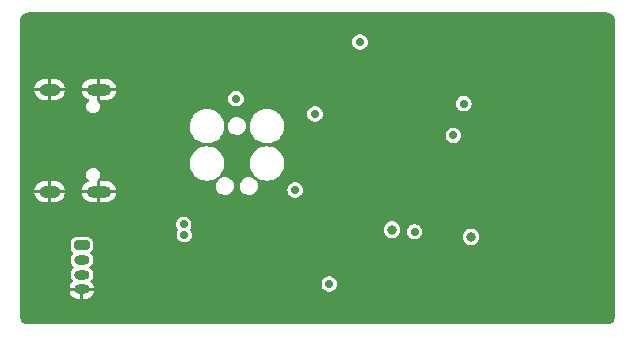
<source format=gbr>
%TF.GenerationSoftware,KiCad,Pcbnew,7.0.8*%
%TF.CreationDate,2024-01-29T14:11:28+05:30*%
%TF.ProjectId,stm32_ble,73746d33-325f-4626-9c65-2e6b69636164,Version : 1*%
%TF.SameCoordinates,PX6eac850PY632ea00*%
%TF.FileFunction,Copper,L3,Inr*%
%TF.FilePolarity,Positive*%
%FSLAX46Y46*%
G04 Gerber Fmt 4.6, Leading zero omitted, Abs format (unit mm)*
G04 Created by KiCad (PCBNEW 7.0.8) date 2024-01-29 14:11:28*
%MOMM*%
%LPD*%
G01*
G04 APERTURE LIST*
G04 Aperture macros list*
%AMRoundRect*
0 Rectangle with rounded corners*
0 $1 Rounding radius*
0 $2 $3 $4 $5 $6 $7 $8 $9 X,Y pos of 4 corners*
0 Add a 4 corners polygon primitive as box body*
4,1,4,$2,$3,$4,$5,$6,$7,$8,$9,$2,$3,0*
0 Add four circle primitives for the rounded corners*
1,1,$1+$1,$2,$3*
1,1,$1+$1,$4,$5*
1,1,$1+$1,$6,$7*
1,1,$1+$1,$8,$9*
0 Add four rect primitives between the rounded corners*
20,1,$1+$1,$2,$3,$4,$5,0*
20,1,$1+$1,$4,$5,$6,$7,0*
20,1,$1+$1,$6,$7,$8,$9,0*
20,1,$1+$1,$8,$9,$2,$3,0*%
G04 Aperture macros list end*
%TA.AperFunction,ComponentPad*%
%ADD10O,2.100000X1.000000*%
%TD*%
%TA.AperFunction,ComponentPad*%
%ADD11O,1.800000X1.000000*%
%TD*%
%TA.AperFunction,ComponentPad*%
%ADD12C,0.700000*%
%TD*%
%TA.AperFunction,ComponentPad*%
%ADD13C,4.400000*%
%TD*%
%TA.AperFunction,ComponentPad*%
%ADD14RoundRect,0.200000X-0.450000X0.200000X-0.450000X-0.200000X0.450000X-0.200000X0.450000X0.200000X0*%
%TD*%
%TA.AperFunction,ComponentPad*%
%ADD15O,1.300000X0.800000*%
%TD*%
%TA.AperFunction,ViaPad*%
%ADD16C,0.700000*%
%TD*%
%TA.AperFunction,ViaPad*%
%ADD17C,0.800000*%
%TD*%
G04 APERTURE END LIST*
D10*
%TO.N,GND*%
%TO.C,J3*%
X6815000Y20500000D03*
D11*
X2635000Y20500000D03*
D10*
X6815000Y11860000D03*
D11*
X2635000Y11860000D03*
%TD*%
D12*
%TO.N,GND*%
%TO.C,H1*%
X9260000Y24500000D03*
X9743274Y25666726D03*
X9743274Y23333274D03*
X10910000Y26150000D03*
D13*
X10910000Y24500000D03*
D12*
X10910000Y22850000D03*
X12076726Y25666726D03*
X12076726Y23333274D03*
X12560000Y24500000D03*
%TD*%
%TO.N,GND*%
%TO.C,H2*%
X9550000Y3370000D03*
X10033274Y4536726D03*
X10033274Y2203274D03*
X11200000Y5020000D03*
D13*
X11200000Y3370000D03*
D12*
X11200000Y1720000D03*
X12366726Y4536726D03*
X12366726Y2203274D03*
X12850000Y3370000D03*
%TD*%
%TO.N,GND*%
%TO.C,H4*%
X45743274Y3476726D03*
X46226548Y4643452D03*
X46226548Y2310000D03*
X47393274Y5126726D03*
D13*
X47393274Y3476726D03*
D12*
X47393274Y1826726D03*
X48560000Y4643452D03*
X48560000Y2310000D03*
X49043274Y3476726D03*
%TD*%
%TO.N,GND*%
%TO.C,H3*%
X45980000Y24330000D03*
X46463274Y25496726D03*
X46463274Y23163274D03*
X47630000Y25980000D03*
D13*
X47630000Y24330000D03*
D12*
X47630000Y22680000D03*
X48796726Y25496726D03*
X48796726Y23163274D03*
X49280000Y24330000D03*
%TD*%
D14*
%TO.N,+3.3V*%
%TO.C,J4*%
X5370000Y7330000D03*
D15*
%TO.N,/UART_TX*%
X5370000Y6080000D03*
%TO.N,/UART_RX*%
X5370000Y4830000D03*
%TO.N,GND*%
X5370000Y3580000D03*
%TD*%
D16*
%TO.N,+3.3V*%
X28920000Y24530000D03*
X18420000Y19730000D03*
X25110000Y18430000D03*
X33540000Y8460000D03*
X23420000Y12000000D03*
X37715000Y19300000D03*
X26320000Y4030000D03*
X13990000Y9080000D03*
X14040000Y8210000D03*
X36820000Y16630000D03*
%TO.N,GND*%
X32020000Y17530000D03*
X23265000Y17430000D03*
X26975000Y21830000D03*
X26975000Y20830000D03*
X16020000Y12330000D03*
X31820000Y15430000D03*
X38120000Y24675000D03*
X24720000Y13430000D03*
X28820000Y16430000D03*
X30620000Y9930000D03*
X24670000Y9330000D03*
X48123701Y14299029D03*
X26075000Y23230000D03*
X20060000Y9010000D03*
X28820000Y14430000D03*
X37460000Y18200000D03*
X44520000Y16230000D03*
X42920000Y19275000D03*
X48120000Y20230000D03*
X44420000Y18230000D03*
X9450000Y14500000D03*
X40720000Y6330000D03*
X25670000Y9290000D03*
X34265000Y21765000D03*
X9030000Y9960000D03*
X8920000Y11530000D03*
X30620000Y16530000D03*
X33320000Y18530000D03*
X39860000Y14705000D03*
X39220000Y19475000D03*
X11520000Y15130000D03*
X26820000Y9630000D03*
X33120000Y14530000D03*
X3475000Y10030000D03*
X33220000Y16530000D03*
X29620000Y15430000D03*
X38250000Y16150000D03*
X38820000Y3130000D03*
D17*
X16985000Y8210000D03*
D16*
X3175000Y22430000D03*
X28820000Y18530000D03*
X31120000Y18530000D03*
X34620000Y9930000D03*
X9020000Y20875000D03*
X30620000Y14530000D03*
X37020000Y20985000D03*
X29720000Y17530000D03*
D17*
%TO.N,/BOOT0*%
X31630000Y8630000D03*
X38320000Y8030000D03*
%TD*%
%TA.AperFunction,Conductor*%
%TO.N,GND*%
G36*
X49821806Y27029322D02*
G01*
X49845514Y27026987D01*
X49949217Y27016773D01*
X49963435Y27013945D01*
X50080717Y26978369D01*
X50094112Y26972820D01*
X50202193Y26915049D01*
X50214254Y26906990D01*
X50308986Y26829245D01*
X50319244Y26818987D01*
X50396989Y26724255D01*
X50405048Y26712194D01*
X50462817Y26604117D01*
X50468369Y26590714D01*
X50503943Y26473441D01*
X50506773Y26459214D01*
X50519322Y26331808D01*
X50519500Y26328179D01*
X50519500Y1331822D01*
X50519322Y1328193D01*
X50506773Y1200787D01*
X50503943Y1186560D01*
X50468369Y1069287D01*
X50462817Y1055884D01*
X50405048Y947807D01*
X50396989Y935746D01*
X50319244Y841014D01*
X50308986Y830756D01*
X50214254Y753011D01*
X50202193Y744952D01*
X50094116Y687183D01*
X50080713Y681631D01*
X49963440Y646057D01*
X49949213Y643227D01*
X49821807Y630678D01*
X49818178Y630500D01*
X821822Y630500D01*
X818193Y630678D01*
X690786Y643227D01*
X676559Y646057D01*
X559286Y681631D01*
X545883Y687183D01*
X437806Y744952D01*
X425745Y753011D01*
X331013Y830756D01*
X320755Y841014D01*
X243010Y935746D01*
X234951Y947807D01*
X177182Y1055884D01*
X171630Y1069287D01*
X136055Y1186565D01*
X133227Y1200783D01*
X120678Y1328194D01*
X120500Y1331822D01*
X120500Y3455000D01*
X4329023Y3455000D01*
X4335123Y3400857D01*
X4335126Y3400846D01*
X4394663Y3230698D01*
X4490574Y3078056D01*
X4618055Y2950575D01*
X4770697Y2854664D01*
X4940845Y2795127D01*
X4940856Y2795124D01*
X5075079Y2780000D01*
X5245000Y2780000D01*
X5245000Y3362850D01*
X5272455Y3344505D01*
X5345376Y3330000D01*
X5394624Y3330000D01*
X5467545Y3344505D01*
X5495000Y3362850D01*
X5495000Y2780000D01*
X5664921Y2780000D01*
X5799143Y2795124D01*
X5799154Y2795127D01*
X5969302Y2854664D01*
X6121944Y2950575D01*
X6249425Y3078056D01*
X6345336Y3230698D01*
X6404873Y3400846D01*
X6404876Y3400857D01*
X6410977Y3455000D01*
X5587150Y3455000D01*
X5605495Y3482455D01*
X5624898Y3580000D01*
X5605495Y3677545D01*
X5587150Y3705000D01*
X6410977Y3705000D01*
X6404876Y3759144D01*
X6404873Y3759155D01*
X6345336Y3929303D01*
X6282066Y4029997D01*
X25664722Y4029997D01*
X25683761Y3873192D01*
X25683764Y3873178D01*
X25739778Y3725479D01*
X25829516Y3595471D01*
X25829517Y3595470D01*
X25947760Y3490717D01*
X26087635Y3417304D01*
X26241015Y3379500D01*
X26241019Y3379500D01*
X26398981Y3379500D01*
X26398985Y3379500D01*
X26552365Y3417304D01*
X26692240Y3490717D01*
X26810483Y3595470D01*
X26900220Y3725477D01*
X26956237Y3873182D01*
X26975278Y4030000D01*
X26956237Y4186818D01*
X26941224Y4226405D01*
X26900221Y4334522D01*
X26810483Y4464530D01*
X26692240Y4569283D01*
X26672244Y4579778D01*
X26552366Y4642696D01*
X26398987Y4680500D01*
X26398985Y4680500D01*
X26241015Y4680500D01*
X26241012Y4680500D01*
X26087633Y4642696D01*
X25947761Y4569284D01*
X25829516Y4464530D01*
X25739779Y4334522D01*
X25739778Y4334522D01*
X25683764Y4186823D01*
X25683761Y4186809D01*
X25664722Y4030004D01*
X25664722Y4029997D01*
X6282066Y4029997D01*
X6249425Y4081945D01*
X6121944Y4209426D01*
X6121938Y4209431D01*
X6121382Y4209780D01*
X6121189Y4210028D01*
X6118693Y4212019D01*
X6119173Y4212622D01*
X6090322Y4249749D01*
X6092220Y4300332D01*
X6105366Y4321500D01*
X6200734Y4429148D01*
X6279790Y4579775D01*
X6320500Y4744944D01*
X6320500Y4915056D01*
X6279790Y5080225D01*
X6200734Y5230852D01*
X6087929Y5358183D01*
X6035893Y5394101D01*
X6006584Y5435368D01*
X6010657Y5485823D01*
X6035893Y5515900D01*
X6087929Y5551817D01*
X6200734Y5679148D01*
X6279790Y5829775D01*
X6320500Y5994944D01*
X6320500Y6165056D01*
X6279790Y6330225D01*
X6200734Y6480852D01*
X6089451Y6606465D01*
X6070869Y6653547D01*
X6086898Y6701561D01*
X6100493Y6714773D01*
X6177546Y6772454D01*
X6263796Y6887669D01*
X6314091Y7022517D01*
X6320500Y7082127D01*
X6320499Y7577872D01*
X6314091Y7637483D01*
X6290002Y7702070D01*
X6263797Y7772330D01*
X6263796Y7772331D01*
X6235971Y7809500D01*
X6177546Y7887546D01*
X6091295Y7952114D01*
X6062330Y7973797D01*
X6062329Y7973798D01*
X5927487Y8024090D01*
X5927484Y8024091D01*
X5927483Y8024091D01*
X5867873Y8030500D01*
X4872126Y8030500D01*
X4812514Y8024091D01*
X4677670Y7973798D01*
X4677669Y7973797D01*
X4562454Y7887546D01*
X4476203Y7772331D01*
X4476202Y7772330D01*
X4425910Y7637488D01*
X4425909Y7637483D01*
X4419500Y7577874D01*
X4419500Y7082128D01*
X4425909Y7022515D01*
X4476202Y6887671D01*
X4476203Y6887670D01*
X4476204Y6887669D01*
X4562454Y6772454D01*
X4620130Y6729278D01*
X4639504Y6714774D01*
X4667207Y6672408D01*
X4661197Y6622147D01*
X4650547Y6606463D01*
X4539269Y6480857D01*
X4539267Y6480854D01*
X4460209Y6330223D01*
X4419500Y6165059D01*
X4419500Y6165056D01*
X4419500Y5994944D01*
X4460210Y5829775D01*
X4539266Y5679148D01*
X4539267Y5679147D01*
X4539269Y5679144D01*
X4652071Y5551817D01*
X4704104Y5515901D01*
X4733415Y5474632D01*
X4729342Y5424177D01*
X4704104Y5394099D01*
X4652071Y5358184D01*
X4539269Y5230857D01*
X4539267Y5230854D01*
X4460209Y5080223D01*
X4419500Y4915059D01*
X4419500Y4744942D01*
X4460209Y4579778D01*
X4460210Y4579775D01*
X4465717Y4569283D01*
X4539267Y4429147D01*
X4539270Y4429144D01*
X4634630Y4321503D01*
X4653213Y4274418D01*
X4637184Y4226405D01*
X4621223Y4212112D01*
X4621301Y4212014D01*
X4619604Y4210661D01*
X4618624Y4209783D01*
X4618055Y4209426D01*
X4490574Y4081945D01*
X4394663Y3929303D01*
X4335126Y3759155D01*
X4335123Y3759144D01*
X4329023Y3705000D01*
X5152850Y3705000D01*
X5134505Y3677545D01*
X5115102Y3580000D01*
X5134505Y3482455D01*
X5152850Y3455000D01*
X4329023Y3455000D01*
X120500Y3455000D01*
X120500Y9079997D01*
X13334722Y9079997D01*
X13353761Y8923192D01*
X13353764Y8923178D01*
X13409778Y8775479D01*
X13495825Y8650819D01*
X13508597Y8601838D01*
X13495826Y8566747D01*
X13459778Y8514522D01*
X13403764Y8366823D01*
X13403761Y8366809D01*
X13384722Y8210004D01*
X13384722Y8209997D01*
X13403761Y8053192D01*
X13403764Y8053178D01*
X13459778Y7905479D01*
X13549516Y7775471D01*
X13549517Y7775470D01*
X13667760Y7670717D01*
X13807635Y7597304D01*
X13961015Y7559500D01*
X13961019Y7559500D01*
X14118981Y7559500D01*
X14118985Y7559500D01*
X14272365Y7597304D01*
X14412240Y7670717D01*
X14530483Y7775470D01*
X14620220Y7905477D01*
X14676237Y8053182D01*
X14688658Y8155479D01*
X14695278Y8209997D01*
X14695278Y8210004D01*
X14676238Y8366809D01*
X14676237Y8366818D01*
X14640898Y8460000D01*
X14620221Y8514522D01*
X14559951Y8601838D01*
X14540514Y8629997D01*
X30924355Y8629997D01*
X30944859Y8461129D01*
X31005181Y8302071D01*
X31101816Y8162072D01*
X31224727Y8053182D01*
X31229148Y8049266D01*
X31379775Y7970210D01*
X31544944Y7929500D01*
X31544948Y7929500D01*
X31715052Y7929500D01*
X31715056Y7929500D01*
X31880225Y7970210D01*
X32030852Y8049266D01*
X32158183Y8162071D01*
X32254818Y8302070D01*
X32314711Y8459997D01*
X32884722Y8459997D01*
X32903761Y8303192D01*
X32903764Y8303178D01*
X32959778Y8155479D01*
X33046387Y8030004D01*
X33049517Y8025470D01*
X33167760Y7920717D01*
X33307635Y7847304D01*
X33461015Y7809500D01*
X33461019Y7809500D01*
X33618981Y7809500D01*
X33618985Y7809500D01*
X33772365Y7847304D01*
X33912240Y7920717D01*
X34030483Y8025470D01*
X34033608Y8029997D01*
X37614355Y8029997D01*
X37634859Y7861129D01*
X37695181Y7702071D01*
X37780910Y7577873D01*
X37791817Y7562071D01*
X37919148Y7449266D01*
X38069775Y7370210D01*
X38234944Y7329500D01*
X38234948Y7329500D01*
X38405052Y7329500D01*
X38405056Y7329500D01*
X38570225Y7370210D01*
X38720852Y7449266D01*
X38848183Y7562071D01*
X38944818Y7702070D01*
X39005140Y7861128D01*
X39010525Y7905479D01*
X39025645Y8029997D01*
X39025645Y8030004D01*
X39005140Y8198872D01*
X38944818Y8357930D01*
X38848183Y8497929D01*
X38720856Y8610731D01*
X38720853Y8610733D01*
X38720852Y8610734D01*
X38570225Y8689790D01*
X38570222Y8689791D01*
X38405058Y8730500D01*
X38405056Y8730500D01*
X38234944Y8730500D01*
X38234941Y8730500D01*
X38069777Y8689791D01*
X37919146Y8610733D01*
X37919143Y8610731D01*
X37791816Y8497929D01*
X37695181Y8357930D01*
X37634859Y8198872D01*
X37614355Y8030004D01*
X37614355Y8029997D01*
X34033608Y8029997D01*
X34120220Y8155477D01*
X34176237Y8303182D01*
X34195278Y8460000D01*
X34195141Y8461128D01*
X34176238Y8616809D01*
X34176237Y8616818D01*
X34163342Y8650819D01*
X34120221Y8764522D01*
X34030483Y8894530D01*
X33912240Y8999283D01*
X33900139Y9005634D01*
X33772366Y9072696D01*
X33618987Y9110500D01*
X33618985Y9110500D01*
X33461015Y9110500D01*
X33461012Y9110500D01*
X33307633Y9072696D01*
X33167761Y8999284D01*
X33049516Y8894530D01*
X32959779Y8764522D01*
X32959778Y8764522D01*
X32903764Y8616823D01*
X32903761Y8616809D01*
X32884722Y8460004D01*
X32884722Y8459997D01*
X32314711Y8459997D01*
X32315140Y8461128D01*
X32327965Y8566747D01*
X32335645Y8629997D01*
X32335645Y8630004D01*
X32315140Y8798872D01*
X32254818Y8957930D01*
X32158183Y9097929D01*
X32030856Y9210731D01*
X32030853Y9210733D01*
X32030852Y9210734D01*
X31880225Y9289790D01*
X31880222Y9289791D01*
X31715058Y9330500D01*
X31715056Y9330500D01*
X31544944Y9330500D01*
X31544941Y9330500D01*
X31379777Y9289791D01*
X31229146Y9210733D01*
X31229143Y9210731D01*
X31101816Y9097929D01*
X31005181Y8957930D01*
X30944859Y8798872D01*
X30924355Y8630004D01*
X30924355Y8629997D01*
X14540514Y8629997D01*
X14534173Y8639184D01*
X14521402Y8688163D01*
X14534174Y8723256D01*
X14570220Y8775477D01*
X14626237Y8923182D01*
X14645278Y9080000D01*
X14626237Y9236818D01*
X14618213Y9257975D01*
X14570221Y9384522D01*
X14480483Y9514530D01*
X14362240Y9619283D01*
X14350139Y9625634D01*
X14222366Y9692696D01*
X14068987Y9730500D01*
X14068985Y9730500D01*
X13911015Y9730500D01*
X13911012Y9730500D01*
X13757633Y9692696D01*
X13617761Y9619284D01*
X13499516Y9514530D01*
X13409779Y9384522D01*
X13409778Y9384522D01*
X13353764Y9236823D01*
X13353761Y9236809D01*
X13334722Y9080004D01*
X13334722Y9079997D01*
X120500Y9079997D01*
X120500Y11985001D01*
X1341462Y11985001D01*
X1341463Y11985000D01*
X1958658Y11985000D01*
X1931105Y11888160D01*
X1941454Y11776479D01*
X1962108Y11735000D01*
X1341463Y11735000D01*
X1374334Y11580353D01*
X1374335Y11580352D01*
X1451283Y11407523D01*
X1451287Y11407516D01*
X1562483Y11254469D01*
X1703079Y11127875D01*
X1866923Y11033280D01*
X2046844Y10974820D01*
X2187841Y10960000D01*
X2510000Y10960000D01*
X2510000Y11560000D01*
X2760000Y11560000D01*
X2760000Y10960000D01*
X3082159Y10960000D01*
X3223155Y10974820D01*
X3403076Y11033280D01*
X3566920Y11127875D01*
X3707516Y11254469D01*
X3818712Y11407515D01*
X3818718Y11407526D01*
X3895663Y11580348D01*
X3895665Y11580353D01*
X3928537Y11735000D01*
X3311342Y11735000D01*
X3338895Y11831840D01*
X3328546Y11943521D01*
X3307892Y11985000D01*
X3928537Y11985000D01*
X3928537Y11985001D01*
X5371462Y11985001D01*
X5371463Y11985000D01*
X5988658Y11985000D01*
X5961105Y11888160D01*
X5971454Y11776479D01*
X5992108Y11735000D01*
X5371463Y11735000D01*
X5404334Y11580353D01*
X5404335Y11580352D01*
X5481283Y11407523D01*
X5481287Y11407516D01*
X5592483Y11254469D01*
X5733079Y11127875D01*
X5896923Y11033280D01*
X6076844Y10974820D01*
X6217841Y10960000D01*
X6690000Y10960000D01*
X6690000Y11560000D01*
X6940000Y11560000D01*
X6940000Y10960000D01*
X7412159Y10960000D01*
X7553155Y10974820D01*
X7733076Y11033280D01*
X7896920Y11127875D01*
X8037516Y11254469D01*
X8148712Y11407515D01*
X8148718Y11407526D01*
X8225663Y11580348D01*
X8225665Y11580353D01*
X8258537Y11735000D01*
X7641342Y11735000D01*
X7668895Y11831840D01*
X7658546Y11943521D01*
X7637892Y11985000D01*
X8258537Y11985000D01*
X8258537Y11985001D01*
X8225665Y12139648D01*
X8225664Y12139649D01*
X8160614Y12285754D01*
X16728342Y12285754D01*
X16759023Y12111759D01*
X16829001Y11949529D01*
X16829002Y11949528D01*
X16934509Y11807808D01*
X16934515Y11807803D01*
X17069849Y11694243D01*
X17069852Y11694242D01*
X17069854Y11694240D01*
X17227741Y11614946D01*
X17399660Y11574200D01*
X17532019Y11574200D01*
X17663486Y11589566D01*
X17829511Y11649995D01*
X17977126Y11747082D01*
X18098372Y11875595D01*
X18186712Y12028605D01*
X18237385Y12197863D01*
X18242504Y12285754D01*
X18760342Y12285754D01*
X18791023Y12111759D01*
X18861001Y11949529D01*
X18861002Y11949528D01*
X18966509Y11807808D01*
X18966515Y11807803D01*
X19101849Y11694243D01*
X19101852Y11694242D01*
X19101854Y11694240D01*
X19259741Y11614946D01*
X19431660Y11574200D01*
X19564019Y11574200D01*
X19695486Y11589566D01*
X19861511Y11649995D01*
X20009126Y11747082D01*
X20130372Y11875595D01*
X20202195Y11999997D01*
X22764722Y11999997D01*
X22783761Y11843192D01*
X22783764Y11843178D01*
X22839778Y11695479D01*
X22923491Y11574200D01*
X22929517Y11565470D01*
X23047760Y11460717D01*
X23187635Y11387304D01*
X23341015Y11349500D01*
X23341019Y11349500D01*
X23498981Y11349500D01*
X23498985Y11349500D01*
X23652365Y11387304D01*
X23792240Y11460717D01*
X23910483Y11565470D01*
X24000220Y11695477D01*
X24056237Y11843182D01*
X24075278Y12000000D01*
X24056237Y12156818D01*
X24048213Y12177975D01*
X24000221Y12304522D01*
X23910483Y12434530D01*
X23879317Y12462140D01*
X23792240Y12539283D01*
X23775170Y12548242D01*
X23652366Y12612696D01*
X23498987Y12650500D01*
X23498985Y12650500D01*
X23341015Y12650500D01*
X23341012Y12650500D01*
X23187633Y12612696D01*
X23047761Y12539284D01*
X22929516Y12434530D01*
X22839779Y12304522D01*
X22839778Y12304522D01*
X22783764Y12156823D01*
X22783761Y12156809D01*
X22764722Y12000004D01*
X22764722Y11999997D01*
X20202195Y11999997D01*
X20218712Y12028605D01*
X20269385Y12197863D01*
X20279658Y12374245D01*
X20248977Y12548241D01*
X20178998Y12710472D01*
X20073491Y12852192D01*
X20068368Y12856491D01*
X19938150Y12965758D01*
X19780260Y13045054D01*
X19780256Y13045055D01*
X19608340Y13085800D01*
X19475981Y13085800D01*
X19344511Y13070434D01*
X19178487Y13010005D01*
X19178486Y13010005D01*
X19030874Y12912918D01*
X18909626Y12784403D01*
X18821288Y12631396D01*
X18821287Y12631394D01*
X18770615Y12462140D01*
X18770615Y12462137D01*
X18760342Y12285754D01*
X18242504Y12285754D01*
X18247658Y12374245D01*
X18216977Y12548241D01*
X18146998Y12710472D01*
X18041491Y12852192D01*
X18036368Y12856491D01*
X17906150Y12965758D01*
X17748260Y13045054D01*
X17748256Y13045055D01*
X17576340Y13085800D01*
X17443981Y13085800D01*
X17312511Y13070434D01*
X17146487Y13010005D01*
X17146486Y13010005D01*
X16998874Y12912918D01*
X16877626Y12784403D01*
X16789288Y12631396D01*
X16789287Y12631394D01*
X16738615Y12462140D01*
X16738615Y12462137D01*
X16728342Y12285754D01*
X8160614Y12285754D01*
X8148716Y12312478D01*
X8148712Y12312485D01*
X8037516Y12465532D01*
X7896920Y12592126D01*
X7733076Y12686721D01*
X7553155Y12745181D01*
X7412159Y12760000D01*
X6940000Y12760000D01*
X6940000Y12160000D01*
X6690000Y12160000D01*
X6690000Y12776648D01*
X6683153Y12791331D01*
X6696254Y12840226D01*
X6711816Y12856483D01*
X6732583Y12872417D01*
X6826433Y12994724D01*
X6885429Y13137154D01*
X6905552Y13290000D01*
X6885429Y13442846D01*
X6826433Y13585276D01*
X6732583Y13707583D01*
X6610276Y13801433D01*
X6610275Y13801434D01*
X6467845Y13860430D01*
X6380006Y13871994D01*
X6353373Y13875500D01*
X6276627Y13875500D01*
X6252769Y13872359D01*
X6162154Y13860430D01*
X6019724Y13801434D01*
X5897417Y13707583D01*
X5803566Y13585276D01*
X5744570Y13442846D01*
X5724448Y13290000D01*
X5744570Y13137155D01*
X5803566Y12994725D01*
X5803567Y12994724D01*
X5897417Y12872417D01*
X5955699Y12827696D01*
X5982895Y12785005D01*
X5976288Y12734819D01*
X5938967Y12700622D01*
X5933518Y12698611D01*
X5896922Y12686720D01*
X5733079Y12592126D01*
X5592483Y12465532D01*
X5481287Y12312486D01*
X5481281Y12312475D01*
X5404336Y12139653D01*
X5404334Y12139648D01*
X5371462Y11985001D01*
X3928537Y11985001D01*
X3895665Y12139648D01*
X3895664Y12139649D01*
X3818716Y12312478D01*
X3818712Y12312485D01*
X3707516Y12465532D01*
X3566920Y12592126D01*
X3403076Y12686721D01*
X3223155Y12745181D01*
X3082159Y12760000D01*
X2760000Y12760000D01*
X2760000Y12160000D01*
X2510000Y12160000D01*
X2510000Y12760000D01*
X2187841Y12760000D01*
X2046844Y12745181D01*
X1866923Y12686721D01*
X1703079Y12592126D01*
X1562483Y12465532D01*
X1451287Y12312486D01*
X1451281Y12312475D01*
X1374336Y12139653D01*
X1374334Y12139648D01*
X1341462Y11985001D01*
X120500Y11985001D01*
X120500Y14115019D01*
X14516050Y14115019D01*
X14555547Y13878331D01*
X14561693Y13860429D01*
X14633462Y13651371D01*
X14669231Y13585276D01*
X14747671Y13440332D01*
X14895058Y13250969D01*
X15071603Y13088448D01*
X15172046Y13022825D01*
X15272491Y12957201D01*
X15492231Y12860814D01*
X15492236Y12860813D01*
X15492240Y12860811D01*
X15724859Y12801904D01*
X15852455Y12791331D01*
X15904114Y12787050D01*
X15904118Y12787050D01*
X16023886Y12787050D01*
X16065895Y12790532D01*
X16203141Y12801904D01*
X16435760Y12860811D01*
X16435765Y12860814D01*
X16435768Y12860814D01*
X16655508Y12957201D01*
X16655510Y12957202D01*
X16856397Y13088448D01*
X17032942Y13250969D01*
X17180329Y13440332D01*
X17294538Y13651372D01*
X17372453Y13878331D01*
X17411950Y14115019D01*
X19596050Y14115019D01*
X19635547Y13878331D01*
X19641693Y13860429D01*
X19713462Y13651371D01*
X19749231Y13585276D01*
X19827671Y13440332D01*
X19975058Y13250969D01*
X20151603Y13088448D01*
X20252046Y13022825D01*
X20352491Y12957201D01*
X20572231Y12860814D01*
X20572236Y12860813D01*
X20572240Y12860811D01*
X20804859Y12801904D01*
X20932455Y12791331D01*
X20984114Y12787050D01*
X20984118Y12787050D01*
X21103886Y12787050D01*
X21145895Y12790532D01*
X21283141Y12801904D01*
X21515760Y12860811D01*
X21515765Y12860814D01*
X21515768Y12860814D01*
X21735508Y12957201D01*
X21735510Y12957202D01*
X21936397Y13088448D01*
X22112942Y13250969D01*
X22260329Y13440332D01*
X22374538Y13651372D01*
X22452453Y13878331D01*
X22491950Y14115019D01*
X22491950Y14354981D01*
X22452453Y14591669D01*
X22374538Y14818628D01*
X22260329Y15029668D01*
X22112942Y15219031D01*
X21936397Y15381552D01*
X21735508Y15512800D01*
X21515768Y15609187D01*
X21494205Y15614648D01*
X21283141Y15668096D01*
X21247289Y15671067D01*
X21103886Y15682950D01*
X21103882Y15682950D01*
X20984118Y15682950D01*
X20984114Y15682950D01*
X20804859Y15668096D01*
X20572231Y15609187D01*
X20352491Y15512800D01*
X20151602Y15381552D01*
X19975059Y15219033D01*
X19827669Y15029665D01*
X19827667Y15029661D01*
X19713462Y14818630D01*
X19638797Y14601138D01*
X19635547Y14591669D01*
X19596050Y14354981D01*
X19596050Y14115019D01*
X17411950Y14115019D01*
X17411950Y14354981D01*
X17372453Y14591669D01*
X17294538Y14818628D01*
X17180329Y15029668D01*
X17032942Y15219031D01*
X16856397Y15381552D01*
X16655508Y15512800D01*
X16435768Y15609187D01*
X16414205Y15614648D01*
X16203141Y15668096D01*
X16167289Y15671067D01*
X16023886Y15682950D01*
X16023882Y15682950D01*
X15904118Y15682950D01*
X15904114Y15682950D01*
X15724859Y15668096D01*
X15492231Y15609187D01*
X15272491Y15512800D01*
X15071602Y15381552D01*
X14895059Y15219033D01*
X14747669Y15029665D01*
X14747667Y15029661D01*
X14633462Y14818630D01*
X14558797Y14601138D01*
X14555547Y14591669D01*
X14516050Y14354981D01*
X14516050Y14115019D01*
X120500Y14115019D01*
X120500Y17290019D01*
X14516050Y17290019D01*
X14555547Y17053331D01*
X14563719Y17029528D01*
X14633462Y16826371D01*
X14704456Y16695185D01*
X14747671Y16615332D01*
X14895058Y16425969D01*
X15071603Y16263448D01*
X15172046Y16197825D01*
X15272491Y16132201D01*
X15492231Y16035814D01*
X15492236Y16035813D01*
X15492240Y16035811D01*
X15724859Y15976904D01*
X15859490Y15965749D01*
X15904114Y15962050D01*
X15904118Y15962050D01*
X16023886Y15962050D01*
X16065895Y15965532D01*
X16203141Y15976904D01*
X16435760Y16035811D01*
X16435765Y16035814D01*
X16435768Y16035814D01*
X16655508Y16132201D01*
X16655510Y16132202D01*
X16856397Y16263448D01*
X17032942Y16425969D01*
X17180329Y16615332D01*
X17294538Y16826372D01*
X17372453Y17053331D01*
X17411950Y17290019D01*
X17411950Y17365754D01*
X17744342Y17365754D01*
X17775023Y17191759D01*
X17845001Y17029529D01*
X17845002Y17029528D01*
X17950509Y16887808D01*
X17950515Y16887803D01*
X18085849Y16774243D01*
X18085852Y16774242D01*
X18085854Y16774240D01*
X18243741Y16694946D01*
X18415660Y16654200D01*
X18548019Y16654200D01*
X18679486Y16669566D01*
X18845511Y16729995D01*
X18993126Y16827082D01*
X19114372Y16955595D01*
X19202712Y17108605D01*
X19253385Y17277863D01*
X19254093Y17290019D01*
X19596050Y17290019D01*
X19635547Y17053331D01*
X19643719Y17029528D01*
X19713462Y16826371D01*
X19784456Y16695185D01*
X19827671Y16615332D01*
X19975058Y16425969D01*
X20151603Y16263448D01*
X20252046Y16197825D01*
X20352491Y16132201D01*
X20572231Y16035814D01*
X20572236Y16035813D01*
X20572240Y16035811D01*
X20804859Y15976904D01*
X20939490Y15965749D01*
X20984114Y15962050D01*
X20984118Y15962050D01*
X21103886Y15962050D01*
X21145895Y15965532D01*
X21283141Y15976904D01*
X21515760Y16035811D01*
X21515765Y16035814D01*
X21515768Y16035814D01*
X21735508Y16132201D01*
X21735510Y16132202D01*
X21936397Y16263448D01*
X22112942Y16425969D01*
X22260329Y16615332D01*
X22268265Y16629997D01*
X36164722Y16629997D01*
X36183761Y16473192D01*
X36183764Y16473178D01*
X36239778Y16325479D01*
X36282595Y16263448D01*
X36329517Y16195470D01*
X36447760Y16090717D01*
X36587635Y16017304D01*
X36741015Y15979500D01*
X36741019Y15979500D01*
X36898981Y15979500D01*
X36898985Y15979500D01*
X37052365Y16017304D01*
X37192240Y16090717D01*
X37310483Y16195470D01*
X37400220Y16325477D01*
X37456237Y16473182D01*
X37473497Y16615332D01*
X37475278Y16629997D01*
X37475278Y16630004D01*
X37456238Y16786809D01*
X37456237Y16786818D01*
X37417936Y16887810D01*
X37400221Y16934522D01*
X37310483Y17064530D01*
X37260732Y17108605D01*
X37192240Y17169283D01*
X37149416Y17191759D01*
X37052366Y17242696D01*
X36898987Y17280500D01*
X36898985Y17280500D01*
X36741015Y17280500D01*
X36741012Y17280500D01*
X36587633Y17242696D01*
X36447761Y17169284D01*
X36329516Y17064530D01*
X36239779Y16934522D01*
X36239778Y16934522D01*
X36183764Y16786823D01*
X36183761Y16786809D01*
X36164722Y16630004D01*
X36164722Y16629997D01*
X22268265Y16629997D01*
X22374538Y16826372D01*
X22452453Y17053331D01*
X22491950Y17290019D01*
X22491950Y17529981D01*
X22452453Y17766669D01*
X22374538Y17993628D01*
X22260329Y18204668D01*
X22112942Y18394031D01*
X22073872Y18429997D01*
X24454722Y18429997D01*
X24473761Y18273192D01*
X24473764Y18273178D01*
X24529778Y18125479D01*
X24619516Y17995471D01*
X24619517Y17995470D01*
X24737760Y17890717D01*
X24877635Y17817304D01*
X25031015Y17779500D01*
X25031019Y17779500D01*
X25188981Y17779500D01*
X25188985Y17779500D01*
X25342365Y17817304D01*
X25482240Y17890717D01*
X25600483Y17995470D01*
X25690220Y18125477D01*
X25705513Y18165800D01*
X25746235Y18273178D01*
X25746237Y18273182D01*
X25765278Y18430000D01*
X25746237Y18586818D01*
X25708128Y18687304D01*
X25690221Y18734522D01*
X25600483Y18864530D01*
X25541081Y18917155D01*
X25482240Y18969283D01*
X25432332Y18995477D01*
X25342366Y19042696D01*
X25188987Y19080500D01*
X25188985Y19080500D01*
X25031015Y19080500D01*
X25031012Y19080500D01*
X24877633Y19042696D01*
X24737761Y18969284D01*
X24619516Y18864530D01*
X24529779Y18734522D01*
X24529778Y18734522D01*
X24473764Y18586823D01*
X24473761Y18586809D01*
X24454722Y18430004D01*
X24454722Y18429997D01*
X22073872Y18429997D01*
X21936397Y18556552D01*
X21735508Y18687800D01*
X21515768Y18784187D01*
X21494205Y18789648D01*
X21283141Y18843096D01*
X21247289Y18846067D01*
X21103886Y18857950D01*
X21103882Y18857950D01*
X20984118Y18857950D01*
X20984114Y18857950D01*
X20804859Y18843096D01*
X20572231Y18784187D01*
X20352491Y18687800D01*
X20151602Y18556552D01*
X19975059Y18394033D01*
X19827669Y18204665D01*
X19827667Y18204661D01*
X19713462Y17993630D01*
X19669099Y17864403D01*
X19635547Y17766669D01*
X19596050Y17529981D01*
X19596050Y17290019D01*
X19254093Y17290019D01*
X19263658Y17454245D01*
X19232977Y17628241D01*
X19162998Y17790472D01*
X19057491Y17932192D01*
X19057484Y17932198D01*
X18922150Y18045758D01*
X18764260Y18125054D01*
X18764256Y18125055D01*
X18592340Y18165800D01*
X18459981Y18165800D01*
X18328511Y18150434D01*
X18162487Y18090005D01*
X18162486Y18090005D01*
X18014874Y17992918D01*
X17893626Y17864403D01*
X17805288Y17711396D01*
X17805287Y17711394D01*
X17754615Y17542140D01*
X17754615Y17542137D01*
X17744342Y17365754D01*
X17411950Y17365754D01*
X17411950Y17529981D01*
X17372453Y17766669D01*
X17294538Y17993628D01*
X17180329Y18204668D01*
X17032942Y18394031D01*
X16993872Y18429997D01*
X16856397Y18556552D01*
X16655508Y18687800D01*
X16435768Y18784187D01*
X16414205Y18789648D01*
X16203141Y18843096D01*
X16167289Y18846067D01*
X16023886Y18857950D01*
X16023882Y18857950D01*
X15904118Y18857950D01*
X15904114Y18857950D01*
X15724859Y18843096D01*
X15492231Y18784187D01*
X15272491Y18687800D01*
X15071602Y18556552D01*
X14895059Y18394033D01*
X14747669Y18204665D01*
X14747667Y18204661D01*
X14633462Y17993630D01*
X14589099Y17864403D01*
X14555547Y17766669D01*
X14516050Y17529981D01*
X14516050Y17290019D01*
X120500Y17290019D01*
X120500Y20625001D01*
X1341462Y20625001D01*
X1341463Y20625000D01*
X1958658Y20625000D01*
X1931105Y20528160D01*
X1941454Y20416479D01*
X1962108Y20375000D01*
X1341463Y20375000D01*
X1374334Y20220353D01*
X1374335Y20220352D01*
X1451283Y20047523D01*
X1451287Y20047516D01*
X1562483Y19894469D01*
X1703079Y19767875D01*
X1866923Y19673280D01*
X2046844Y19614820D01*
X2187841Y19600000D01*
X2510000Y19600000D01*
X2510000Y20200000D01*
X2760000Y20200000D01*
X2760000Y19600000D01*
X3082159Y19600000D01*
X3223155Y19614820D01*
X3403076Y19673280D01*
X3566920Y19767875D01*
X3707516Y19894469D01*
X3818712Y20047515D01*
X3818718Y20047526D01*
X3895663Y20220348D01*
X3895665Y20220353D01*
X3928537Y20375000D01*
X3311342Y20375000D01*
X3338895Y20471840D01*
X3328546Y20583521D01*
X3307892Y20625000D01*
X3928537Y20625000D01*
X3928537Y20625001D01*
X5371462Y20625001D01*
X5371463Y20625000D01*
X5988658Y20625000D01*
X5961105Y20528160D01*
X5971454Y20416479D01*
X5992108Y20375000D01*
X5371463Y20375000D01*
X5404334Y20220353D01*
X5404335Y20220352D01*
X5481283Y20047523D01*
X5481287Y20047516D01*
X5592483Y19894469D01*
X5733079Y19767875D01*
X5896924Y19673280D01*
X5933516Y19661390D01*
X5973405Y19630226D01*
X5983929Y19580713D01*
X5960165Y19536019D01*
X5955698Y19532305D01*
X5897421Y19487587D01*
X5897418Y19487584D01*
X5803566Y19365276D01*
X5744570Y19222846D01*
X5724448Y19070000D01*
X5744570Y18917155D01*
X5803566Y18774725D01*
X5803567Y18774724D01*
X5897417Y18652417D01*
X6019724Y18558567D01*
X6162154Y18499571D01*
X6276627Y18484500D01*
X6276629Y18484500D01*
X6353371Y18484500D01*
X6353373Y18484500D01*
X6467846Y18499571D01*
X6610276Y18558567D01*
X6732583Y18652417D01*
X6826433Y18774724D01*
X6885429Y18917154D01*
X6905552Y19070000D01*
X6885429Y19222846D01*
X6826433Y19365276D01*
X6732583Y19487583D01*
X6711820Y19503515D01*
X6684625Y19546203D01*
X6690000Y19587031D01*
X6690000Y20200000D01*
X6940000Y20200000D01*
X6940000Y19600000D01*
X7412159Y19600000D01*
X7553155Y19614820D01*
X7733076Y19673280D01*
X7831313Y19729997D01*
X17764722Y19729997D01*
X17783761Y19573192D01*
X17783764Y19573178D01*
X17839778Y19425479D01*
X17926387Y19300004D01*
X17929517Y19295470D01*
X18047760Y19190717D01*
X18187635Y19117304D01*
X18341015Y19079500D01*
X18341019Y19079500D01*
X18498981Y19079500D01*
X18498985Y19079500D01*
X18652365Y19117304D01*
X18792240Y19190717D01*
X18910483Y19295470D01*
X18913608Y19299997D01*
X37059722Y19299997D01*
X37078761Y19143192D01*
X37078764Y19143178D01*
X37134778Y18995479D01*
X37188842Y18917154D01*
X37224517Y18865470D01*
X37342760Y18760717D01*
X37482635Y18687304D01*
X37636015Y18649500D01*
X37636019Y18649500D01*
X37793981Y18649500D01*
X37793985Y18649500D01*
X37947365Y18687304D01*
X38087240Y18760717D01*
X38205483Y18865470D01*
X38295220Y18995477D01*
X38351237Y19143182D01*
X38370278Y19300000D01*
X38351237Y19456818D01*
X38307108Y19573178D01*
X38295221Y19604522D01*
X38205483Y19734530D01*
X38167844Y19767875D01*
X38087240Y19839283D01*
X38075139Y19845634D01*
X37947366Y19912696D01*
X37793987Y19950500D01*
X37793985Y19950500D01*
X37636015Y19950500D01*
X37636012Y19950500D01*
X37482633Y19912696D01*
X37342761Y19839284D01*
X37224516Y19734530D01*
X37134779Y19604522D01*
X37134778Y19604522D01*
X37078764Y19456823D01*
X37078761Y19456809D01*
X37059722Y19300004D01*
X37059722Y19299997D01*
X18913608Y19299997D01*
X19000220Y19425477D01*
X19056237Y19573182D01*
X19075278Y19730000D01*
X19070679Y19767875D01*
X19056238Y19886809D01*
X19056237Y19886818D01*
X19032086Y19950500D01*
X19000221Y20034522D01*
X18910483Y20164530D01*
X18853048Y20215412D01*
X18792240Y20269283D01*
X18703081Y20316078D01*
X18652366Y20342696D01*
X18498987Y20380500D01*
X18498985Y20380500D01*
X18341015Y20380500D01*
X18341012Y20380500D01*
X18187633Y20342696D01*
X18047761Y20269284D01*
X17929516Y20164530D01*
X17839779Y20034522D01*
X17839778Y20034522D01*
X17783764Y19886823D01*
X17783761Y19886809D01*
X17764722Y19730004D01*
X17764722Y19729997D01*
X7831313Y19729997D01*
X7896920Y19767875D01*
X8037516Y19894469D01*
X8148712Y20047515D01*
X8148718Y20047526D01*
X8225663Y20220348D01*
X8225665Y20220353D01*
X8258537Y20375000D01*
X7641342Y20375000D01*
X7668895Y20471840D01*
X7658546Y20583521D01*
X7637892Y20625000D01*
X8258537Y20625000D01*
X8258537Y20625001D01*
X8225665Y20779648D01*
X8225664Y20779649D01*
X8148716Y20952478D01*
X8148712Y20952485D01*
X8037516Y21105532D01*
X7896920Y21232126D01*
X7733076Y21326721D01*
X7553155Y21385181D01*
X7412159Y21400000D01*
X6940000Y21400000D01*
X6940000Y20800000D01*
X6690000Y20800000D01*
X6690000Y21400000D01*
X6217841Y21400000D01*
X6076844Y21385181D01*
X5896923Y21326721D01*
X5733079Y21232126D01*
X5592483Y21105532D01*
X5481287Y20952486D01*
X5481281Y20952475D01*
X5404336Y20779653D01*
X5404334Y20779648D01*
X5371462Y20625001D01*
X3928537Y20625001D01*
X3895665Y20779648D01*
X3895664Y20779649D01*
X3818716Y20952478D01*
X3818712Y20952485D01*
X3707516Y21105532D01*
X3566920Y21232126D01*
X3403076Y21326721D01*
X3223155Y21385181D01*
X3082159Y21400000D01*
X2760000Y21400000D01*
X2760000Y20800000D01*
X2510000Y20800000D01*
X2510000Y21400000D01*
X2187841Y21400000D01*
X2046844Y21385181D01*
X1866923Y21326721D01*
X1703079Y21232126D01*
X1562483Y21105532D01*
X1451287Y20952486D01*
X1451281Y20952475D01*
X1374336Y20779653D01*
X1374334Y20779648D01*
X1341462Y20625001D01*
X120500Y20625001D01*
X120500Y24529997D01*
X28264722Y24529997D01*
X28283761Y24373192D01*
X28283764Y24373178D01*
X28339778Y24225479D01*
X28429516Y24095471D01*
X28429517Y24095470D01*
X28547760Y23990717D01*
X28687635Y23917304D01*
X28841015Y23879500D01*
X28841019Y23879500D01*
X28998981Y23879500D01*
X28998985Y23879500D01*
X29152365Y23917304D01*
X29292240Y23990717D01*
X29410483Y24095470D01*
X29500220Y24225477D01*
X29556237Y24373182D01*
X29575278Y24530000D01*
X29556237Y24686818D01*
X29548213Y24707975D01*
X29500221Y24834522D01*
X29410483Y24964530D01*
X29292240Y25069283D01*
X29280139Y25075634D01*
X29152366Y25142696D01*
X28998987Y25180500D01*
X28998985Y25180500D01*
X28841015Y25180500D01*
X28841012Y25180500D01*
X28687633Y25142696D01*
X28547761Y25069284D01*
X28429516Y24964530D01*
X28339779Y24834522D01*
X28339778Y24834522D01*
X28283764Y24686823D01*
X28283761Y24686809D01*
X28264722Y24530004D01*
X28264722Y24529997D01*
X120500Y24529997D01*
X120500Y26328179D01*
X120678Y26331807D01*
X123242Y26357844D01*
X133227Y26459220D01*
X136054Y26473434D01*
X171632Y26590722D01*
X177178Y26604110D01*
X234954Y26712200D01*
X243006Y26724251D01*
X320756Y26818989D01*
X331013Y26829245D01*
X425749Y26906994D01*
X437800Y26915046D01*
X545890Y26972822D01*
X559278Y26978368D01*
X676566Y27013946D01*
X690780Y27016773D01*
X797605Y27027295D01*
X818194Y27029322D01*
X821822Y27029500D01*
X867595Y27029500D01*
X30763827Y27029500D01*
X49772405Y27029500D01*
X49818178Y27029500D01*
X49821806Y27029322D01*
G37*
%TD.AperFunction*%
%TD*%
M02*

</source>
